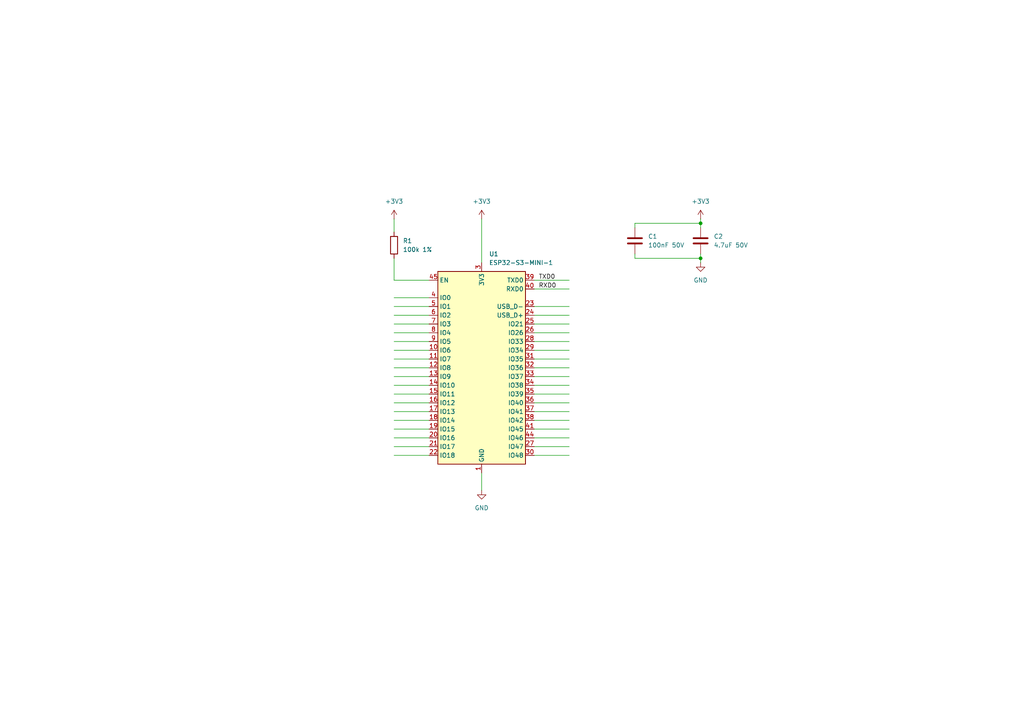
<source format=kicad_sch>
(kicad_sch (version 20250114) (generator "eeschema") (generator_version "9.0")
  (paper "A4")
  (title_block (title "Hydroponic Tower Controller") (date "2025-02-23") (rev "a") (comment 1 "Microcontroller"))
  (lib_symbols
    (symbol "Device:C" (pin_numbers (hide yes)) (pin_names (offset 0.254))
      (property "Reference" "C" (at 0.635 2.54 0))
      (property "Value" "C" (at 0.635 -2.54 0))
      (symbol "C_0_1"
        (polyline (pts (xy -2.032 0.762) (xy 2.032 0.762)) (stroke (width 0.508)))
        (polyline (pts (xy -2.032 -0.762) (xy 2.032 -0.762)) (stroke (width 0.508)))
      )
      (symbol "C_1_1"
        (pin passive line (at 0 3.81 270) (length 2.794) (name "~") (number "1"))
        (pin passive line (at 0 -3.81 90) (length 2.794) (name "~") (number "2"))
      )
    )
    (symbol "Device:R" (pin_numbers (hide yes)) (pin_names (offset 0))
      (property "Reference" "R" (at 2.032 0 90))
      (property "Value" "R" (at 0 0 90))
      (symbol "R_0_1"
        (rectangle (start -1.016 -2.54) (end 1.016 2.54) (stroke (width 0.254)))
      )
      (symbol "R_1_1"
        (pin passive line (at 0 3.81 270) (length 1.27) (name "~") (number "1"))
        (pin passive line (at 0 -3.81 90) (length 1.27) (name "~") (number "2"))
      )
    )
    (symbol "RF_Module:ESP32-S3-MINI-1"
      (property "Reference" "U" (at -11.43 29.21 0))
      (property "Value" "ESP32-S3-MINI-1" (at 12.7 29.21 0))
      (symbol "ESP32-S3-MINI-1_0_1"
        (rectangle (start -12.7 27.94) (end 12.7 -27.94) (stroke (width 0.254)) (fill (type background)))
      )
      (symbol "ESP32-S3-MINI-1_1_1"
        (pin input line (at -15.24 25.4 0) (length 2.54) (name "EN") (number "45"))
        (pin bidirectional line (at -15.24 20.32 0) (length 2.54) (name "IO0") (number "4"))
        (pin bidirectional line (at -15.24 17.78 0) (length 2.54) (name "IO1") (number "5"))
        (pin bidirectional line (at -15.24 15.24 0) (length 2.54) (name "IO2") (number "6"))
        (pin bidirectional line (at -15.24 12.7 0) (length 2.54) (name "IO3") (number "7"))
        (pin bidirectional line (at -15.24 10.16 0) (length 2.54) (name "IO4") (number "8"))
        (pin bidirectional line (at -15.24 7.62 0) (length 2.54) (name "IO5") (number "9"))
        (pin bidirectional line (at -15.24 5.08 0) (length 2.54) (name "IO6") (number "10"))
        (pin bidirectional line (at -15.24 2.54 0) (length 2.54) (name "IO7") (number "11"))
        (pin bidirectional line (at -15.24 0 0) (length 2.54) (name "IO8") (number "12"))
        (pin bidirectional line (at -15.24 -2.54 0) (length 2.54) (name "IO9") (number "13"))
        (pin bidirectional line (at -15.24 -5.08 0) (length 2.54) (name "IO10") (number "14"))
        (pin bidirectional line (at -15.24 -7.62 0) (length 2.54) (name "IO11") (number "15"))
        (pin bidirectional line (at -15.24 -10.16 0) (length 2.54) (name "IO12") (number "16"))
        (pin bidirectional line (at -15.24 -12.7 0) (length 2.54) (name "IO13") (number "17"))
        (pin bidirectional line (at -15.24 -15.24 0) (length 2.54) (name "IO14") (number "18"))
        (pin bidirectional line (at -15.24 -17.78 0) (length 2.54) (name "IO15") (number "19"))
        (pin bidirectional line (at -15.24 -20.32 0) (length 2.54) (name "IO16") (number "20"))
        (pin bidirectional line (at -15.24 -22.86 0) (length 2.54) (name "IO17") (number "21"))
        (pin bidirectional line (at -15.24 -25.4 0) (length 2.54) (name "IO18") (number "22"))
        (pin power_in line (at 0 30.48 270) (length 2.54) (name "3V3") (number "3"))
        (pin power_in line (at 0 -30.48 90) (length 2.54) (name "GND") (number "1"))
        (pin passive line (at 0 -30.48 90) (length 2.54) (hide yes) (name "GND") (number "2"))
        (pin passive line (at 0 -30.48 90) (length 2.54) (hide yes) (name "GND") (number "42"))
        (pin passive line (at 0 -30.48 90) (length 2.54) (hide yes) (name "GND") (number "43"))
        (pin passive line (at 0 -30.48 90) (length 2.54) (hide yes) (name "GND") (number "46"))
        (pin passive line (at 0 -30.48 90) (length 2.54) (hide yes) (name "GND") (number "47"))
        (pin passive line (at 0 -30.48 90) (length 2.54) (hide yes) (name "GND") (number "48"))
        (pin passive line (at 0 -30.48 90) (length 2.54) (hide yes) (name "GND") (number "49"))
        (pin passive line (at 0 -30.48 90) (length 2.54) (hide yes) (name "GND") (number "50"))
        (pin passive line (at 0 -30.48 90) (length 2.54) (hide yes) (name "GND") (number "51"))
        (pin passive line (at 0 -30.48 90) (length 2.54) (hide yes) (name "GND") (number "52"))
        (pin passive line (at 0 -30.48 90) (length 2.54) (hide yes) (name "GND") (number "53"))
        (pin passive line (at 0 -30.48 90) (length 2.54) (hide yes) (name "GND") (number "54"))
        (pin passive line (at 0 -30.48 90) (length 2.54) (hide yes) (name "GND") (number "55"))
        (pin passive line (at 0 -30.48 90) (length 2.54) (hide yes) (name "GND") (number "56"))
        (pin passive line (at 0 -30.48 90) (length 2.54) (hide yes) (name "GND") (number "57"))
        (pin passive line (at 0 -30.48 90) (length 2.54) (hide yes) (name "GND") (number "58"))
        (pin passive line (at 0 -30.48 90) (length 2.54) (hide yes) (name "GND") (number "59"))
        (pin passive line (at 0 -30.48 90) (length 2.54) (hide yes) (name "GND") (number "60"))
        (pin passive line (at 0 -30.48 90) (length 2.54) (hide yes) (name "GND") (number "61"))
        (pin passive line (at 0 -30.48 90) (length 2.54) (hide yes) (name "GND") (number "62"))
        (pin passive line (at 0 -30.48 90) (length 2.54) (hide yes) (name "GND") (number "63"))
        (pin passive line (at 0 -30.48 90) (length 2.54) (hide yes) (name "GND") (number "64"))
        (pin passive line (at 0 -30.48 90) (length 2.54) (hide yes) (name "GND") (number "65"))
        (pin bidirectional line (at 15.24 25.4 180) (length 2.54) (name "TXD0") (number "39"))
        (pin bidirectional line (at 15.24 22.86 180) (length 2.54) (name "RXD0") (number "40"))
        (pin bidirectional line (at 15.24 17.78 180) (length 2.54) (name "USB_D-") (number "23"))
        (pin bidirectional line (at 15.24 15.24 180) (length 2.54) (name "USB_D+") (number "24"))
        (pin bidirectional line (at 15.24 12.7 180) (length 2.54) (name "IO21") (number "25"))
        (pin bidirectional line (at 15.24 10.16 180) (length 2.54) (name "IO26") (number "26"))
        (pin bidirectional line (at 15.24 7.62 180) (length 2.54) (name "IO33") (number "28"))
        (pin bidirectional line (at 15.24 5.08 180) (length 2.54) (name "IO34") (number "29"))
        (pin bidirectional line (at 15.24 2.54 180) (length 2.54) (name "IO35") (number "31"))
        (pin bidirectional line (at 15.24 0 180) (length 2.54) (name "IO36") (number "32"))
        (pin bidirectional line (at 15.24 -2.54 180) (length 2.54) (name "IO37") (number "33"))
        (pin bidirectional line (at 15.24 -5.08 180) (length 2.54) (name "IO38") (number "34"))
        (pin bidirectional line (at 15.24 -7.62 180) (length 2.54) (name "IO39") (number "35"))
        (pin bidirectional line (at 15.24 -10.16 180) (length 2.54) (name "IO40") (number "36"))
        (pin bidirectional line (at 15.24 -12.7 180) (length 2.54) (name "IO41") (number "37"))
        (pin bidirectional line (at 15.24 -15.24 180) (length 2.54) (name "IO42") (number "38"))
        (pin bidirectional line (at 15.24 -17.78 180) (length 2.54) (name "IO45") (number "41"))
        (pin bidirectional line (at 15.24 -20.32 180) (length 2.54) (name "IO46") (number "44"))
        (pin bidirectional line (at 15.24 -22.86 180) (length 2.54) (name "IO47") (number "27"))
        (pin bidirectional line (at 15.24 -25.4 180) (length 2.54) (name "IO48") (number "30"))
      )
    )
    (symbol "power:+3V3" (power) (pin_numbers (hide yes)) (pin_names (offset 0) (hide yes))
      (property "Value" "+3V3" (at 0 3.556 0))
      (symbol "+3V3_0_1"
        (polyline (pts (xy -0.762 1.27) (xy 0 2.54)))
        (polyline (pts (xy 0 2.54) (xy 0.762 1.27)))
        (polyline (pts (xy 0 0) (xy 0 2.54)))
      )
      (symbol "+3V3_1_1"
        (pin power_in line (at 0 0 90) (length 0) (name "~") (number "1"))
      )
    )
    (symbol "power:GND" (power) (pin_numbers (hide yes)) (pin_names (offset 0) (hide yes))
      (property "Value" "GND" (at 0 -3.81 0))
      (symbol "GND_0_1"
        (polyline (pts (xy 0 0) (xy 0 -1.27) (xy 1.27 -1.27) (xy 0 -2.54) (xy -1.27 -1.27) (xy 0 -1.27)))
      )
      (symbol "GND_1_1"
        (pin power_in line (at 0 0 270) (length 0) (name "~") (number "1"))
      )
    )
  )
  (junction (at 203.2 74.93))
  (junction (at 203.2 64.77))
  (wire (pts (xy 114.3 74.93) (xy 114.3 81.28)))
  (wire (pts (xy 114.3 116.84) (xy 124.46 116.84)))
  (wire (pts (xy 154.94 96.52) (xy 165.1 96.52)))
  (wire (pts (xy 154.94 109.22) (xy 165.1 109.22)))
  (wire (pts (xy 154.94 93.98) (xy 165.1 93.98)))
  (wire (pts (xy 203.2 63.5) (xy 203.2 64.77)))
  (wire (pts (xy 114.3 127) (xy 124.46 127)))
  (wire (pts (xy 154.94 127) (xy 165.1 127)))
  (wire (pts (xy 114.3 88.9) (xy 124.46 88.9)))
  (wire (pts (xy 114.3 99.06) (xy 124.46 99.06)))
  (wire (pts (xy 154.94 121.92) (xy 165.1 121.92)))
  (wire (pts (xy 114.3 106.68) (xy 124.46 106.68)))
  (wire (pts (xy 114.3 121.92) (xy 124.46 121.92)))
  (wire (pts (xy 154.94 114.3) (xy 165.1 114.3)))
  (wire (pts (xy 154.94 91.44) (xy 165.1 91.44)))
  (wire (pts (xy 114.3 104.14) (xy 124.46 104.14)))
  (wire (pts (xy 114.3 124.46) (xy 124.46 124.46)))
  (wire (pts (xy 114.3 129.54) (xy 124.46 129.54)))
  (wire (pts (xy 154.94 119.38) (xy 165.1 119.38)))
  (wire (pts (xy 114.3 93.98) (xy 124.46 93.98)))
  (wire (pts (xy 154.94 81.28) (xy 165.1 81.28)))
  (wire (pts (xy 114.3 114.3) (xy 124.46 114.3)))
  (wire (pts (xy 114.3 81.28) (xy 124.46 81.28)))
  (wire (pts (xy 184.15 64.77) (xy 203.2 64.77)))
  (wire (pts (xy 154.94 116.84) (xy 165.1 116.84)))
  (wire (pts (xy 139.7 137.16) (xy 139.7 142.24)))
  (wire (pts (xy 154.94 124.46) (xy 165.1 124.46)))
  (wire (pts (xy 114.3 91.44) (xy 124.46 91.44)))
  (wire (pts (xy 114.3 96.52) (xy 124.46 96.52)))
  (wire (pts (xy 114.3 132.08) (xy 124.46 132.08)))
  (wire (pts (xy 154.94 132.08) (xy 165.1 132.08)))
  (wire (pts (xy 114.3 86.36) (xy 124.46 86.36)))
  (wire (pts (xy 154.94 129.54) (xy 165.1 129.54)))
  (wire (pts (xy 114.3 119.38) (xy 124.46 119.38)))
  (wire (pts (xy 139.7 63.5) (xy 139.7 76.2)))
  (wire (pts (xy 154.94 101.6) (xy 165.1 101.6)))
  (wire (pts (xy 154.94 106.68) (xy 165.1 106.68)))
  (wire (pts (xy 154.94 88.9) (xy 165.1 88.9)))
  (wire (pts (xy 114.3 111.76) (xy 124.46 111.76)))
  (wire (pts (xy 203.2 64.77) (xy 203.2 66.04)))
  (wire (pts (xy 154.94 99.06) (xy 165.1 99.06)))
  (wire (pts (xy 154.94 104.14) (xy 165.1 104.14)))
  (wire (pts (xy 154.94 111.76) (xy 165.1 111.76)))
  (wire (pts (xy 184.15 74.93) (xy 203.2 74.93)))
  (wire (pts (xy 203.2 74.93) (xy 203.2 73.66)))
  (wire (pts (xy 114.3 101.6) (xy 124.46 101.6)))
  (wire (pts (xy 114.3 63.5) (xy 114.3 67.31)))
  (wire (pts (xy 203.2 76.2) (xy 203.2 74.93)))
  (wire (pts (xy 154.94 83.82) (xy 165.1 83.82)))
  (wire (pts (xy 184.15 66.04) (xy 184.15 64.77)))
  (wire (pts (xy 184.15 73.66) (xy 184.15 74.93)))
  (wire (pts (xy 114.3 109.22) (xy 124.46 109.22)))
  (label "RXD0" (at 156.21 83.82 0))
  (label "TXD0" (at 156.21 81.28 0))
  (symbol (lib_id "power:GND") (at 139.7 142.24 0) (unit 1)
    (property "Reference" "#PWR01" (effects (hide yes)))
    (property "Value" "GND" (at 139.7 147.32 0))
    (property "Description" "Power symbol creates a global label with name \"GND\" , ground" (effects (hide yes)))
  )
  (symbol (lib_id "RF_Module:ESP32-S3-MINI-1") (at 139.7 106.68 0) (unit 1)
    (property "Reference" "U1" (at 141.8433 73.66 0) (effects (justify left)))
    (property "Value" "ESP32-S3-MINI-1" (at 141.8433 76.2 0) (effects (justify left)))
    (property "Footprint" "RF_Module:ESP32-S2-MINI-1" (effects (hide yes)))
    (property "Datasheet" "https://www.espressif.com/sites/default/files/documentation/esp32-s3-mini-1_mini-1u_datasheet_en.pdf" (effects (hide yes)))
    (property "Description" "RF Module, ESP32-S3 SoC, Wi-Fi 802.11b/g/n, Bluetooth, BLE, 32-bit, 3.3V, SMD, onboard antenna" (effects (hide yes)))
  )
  (symbol (lib_id "Device:C") (at 184.15 69.85 0) (unit 1)
    (property "Reference" "C1" (at 187.96 68.5799 0) (effects (justify left)))
    (property "Value" "100nF 50V" (at 187.96 71.1199 0) (effects (justify left)))
    (property "Description" "Unpolarized capacitor" (effects (hide yes)))
  )
  (symbol (lib_id "Device:R") (at 114.3 71.12 0) (unit 1)
    (property "Reference" "R1" (at 116.84 69.8499 0) (effects (justify left)))
    (property "Value" "100k 1%" (at 116.84 72.3899 0) (effects (justify left)))
    (property "Description" "Resistor" (effects (hide yes)))
  )
  (symbol (lib_id "Device:C") (at 203.2 69.85 0) (unit 1)
    (property "Reference" "C2" (at 207.01 68.5799 0) (effects (justify left)))
    (property "Value" "4.7uF 50V" (at 207.01 71.1199 0) (effects (justify left)))
    (property "Description" "Unpolarized capacitor" (effects (hide yes)))
  )
  (symbol (lib_id "power:+3V3") (at 114.3 63.5 0) (unit 1)
    (property "Reference" "#PWR03" (effects (hide yes)))
    (property "Value" "+3V3" (at 114.3 58.42 0))
    (property "Description" "Power symbol creates a global label with name \"+3V3\"" (effects (hide yes)))
  )
  (symbol (lib_id "power:+3V3") (at 139.7 63.5 0) (unit 1)
    (property "Reference" "#PWR02" (effects (hide yes)))
    (property "Value" "+3V3" (at 139.7 58.42 0))
    (property "Description" "Power symbol creates a global label with name \"+3V3\"" (effects (hide yes)))
  )
  (symbol (lib_id "power:GND") (at 203.2 76.2 0) (unit 1)
    (property "Reference" "#PWR05" (effects (hide yes)))
    (property "Value" "GND" (at 203.2 81.28 0))
    (property "Description" "Power symbol creates a global label with name \"GND\" , ground" (effects (hide yes)))
  )
  (symbol (lib_id "power:+3V3") (at 203.2 63.5 0) (unit 1)
    (property "Reference" "#PWR04" (effects (hide yes)))
    (property "Value" "+3V3" (at 203.2 58.42 0))
    (property "Description" "Power symbol creates a global label with name \"+3V3\"" (effects (hide yes)))
  )
)
</source>
